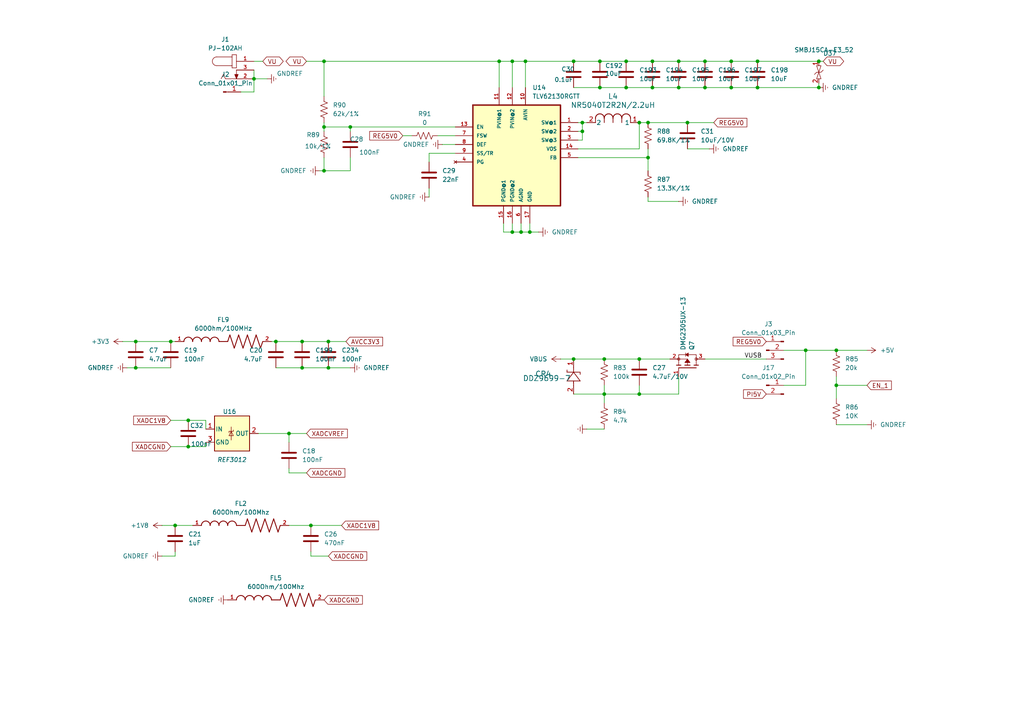
<source format=kicad_sch>
(kicad_sch (version 20231120) (generator "eeschema") (generator_version "8.0")
  (paper "A4")
  (lib_symbols
    (symbol "2025-03-04_21-33-04:NR5040T2R2N" (pin_names (offset 0.254))
      (property "Reference" "L" (at 6.985 5.08 0))
      (property "Value" "NR5040T2R2N" (at 6.985 -2.54 0))
      (symbol "NR5040T2R2N_1_1"
        (polyline (pts (xy 2.54 0) (xy 2.54 1.27)) (stroke (width 0.2032)))
        (polyline (pts (xy 5.08 0) (xy 5.08 1.27)) (stroke (width 0.2032)))
        (polyline (pts (xy 7.62 0) (xy 7.62 1.27)) (stroke (width 0.2032)))
        (polyline (pts (xy 10.16 0) (xy 10.16 1.27)) (stroke (width 0.2032)))
        (polyline (pts (xy 12.7 0) (xy 12.7 1.27)) (stroke (width 0.2032)))
        (arc (start 5.08 1.27) (mid 3.81 2.5344) (end 2.54 1.27) (stroke (width 0.254)))
        (arc (start 7.62 1.27) (mid 6.35 2.5344) (end 5.08 1.27) (stroke (width 0.254)))
        (arc (start 10.16 1.27) (mid 8.89 2.5344) (end 7.62 1.27) (stroke (width 0.254)))
        (arc (start 12.7 1.27) (mid 11.43 2.5344) (end 10.16 1.27) (stroke (width 0.254)))
        (pin unspecified line (at 15.24 0 180) (length 2.54) (name "1") (number "1"))
        (pin unspecified line (at 0 0 0) (length 2.54) (name "2") (number "2"))
      )
      (symbol "NR5040T2R2N_1_2"
        (arc (start -1.27 5.08) (mid -2.5344 3.81) (end -1.27 2.54) (stroke (width 0.254)))
        (arc (start -1.27 7.62) (mid -2.5344 6.35) (end -1.27 5.08) (stroke (width 0.254)))
        (arc (start -1.27 10.16) (mid -2.5344 8.89) (end -1.27 7.62) (stroke (width 0.254)))
        (arc (start -1.27 12.7) (mid -2.5344 11.43) (end -1.27 10.16) (stroke (width 0.254)))
        (polyline (pts (xy 0 2.54) (xy -1.27 2.54)) (stroke (width 0.2032)))
        (polyline (pts (xy 0 5.08) (xy -1.27 5.08)) (stroke (width 0.2032)))
        (polyline (pts (xy 0 7.62) (xy -1.27 7.62)) (stroke (width 0.2032)))
        (polyline (pts (xy 0 10.16) (xy -1.27 10.16)) (stroke (width 0.2032)))
        (polyline (pts (xy 0 12.7) (xy -1.27 12.7)) (stroke (width 0.2032)))
        (pin unspecified line (at 0 15.24 270) (length 2.54) (name "1") (number "1"))
        (pin unspecified line (at 0 0 90) (length 2.54) (name "2") (number "2"))
      )
    )
    (symbol "BLM18AG601SZ1D:BLM18AG601SZ1D" (pin_names (offset 1.016))
      (property "Reference" "FL" (at -12.7044 5.0815 0))
      (property "Value" "BLM18AG601SZ1D" (at -12.71 -5.0866 0))
      (symbol "BLM18AG601SZ1D_0_0"
        (arc (start -10.16 0) (mid -11.43 1.2645) (end -12.7 0) (stroke (width 0.254)))
        (arc (start -7.62 0) (mid -8.89 1.2645) (end -10.16 0) (stroke (width 0.254)))
        (arc (start -5.08 0) (mid -6.35 1.2645) (end -7.62 0) (stroke (width 0.254)))
        (arc (start -2.54 0) (mid -3.81 1.2645) (end -5.08 0) (stroke (width 0.254)))
        (polyline (pts (xy 0 0) (xy -2.54 0)) (stroke (width 0.254)))
        (polyline (pts (xy 0 0) (xy 0.635 1.905)) (stroke (width 0.254)))
        (polyline (pts (xy 0.635 1.905) (xy 1.905 -1.905)) (stroke (width 0.254)))
        (polyline (pts (xy 1.905 -1.905) (xy 3.175 1.905)) (stroke (width 0.254)))
        (polyline (pts (xy 3.175 1.905) (xy 4.445 -1.905)) (stroke (width 0.254)))
        (polyline (pts (xy 4.445 -1.905) (xy 5.715 1.905)) (stroke (width 0.254)))
        (polyline (pts (xy 5.715 1.905) (xy 6.985 -1.905)) (stroke (width 0.254)))
        (polyline (pts (xy 6.985 -1.905) (xy 8.255 1.905)) (stroke (width 0.254)))
        (polyline (pts (xy 8.255 1.905) (xy 9.525 -1.905)) (stroke (width 0.254)))
        (polyline (pts (xy 9.525 -1.905) (xy 10.16 0)) (stroke (width 0.254)))
        (pin passive line (at -15.24 0 0) (length 2.54) (name "~") (number "1"))
        (pin passive line (at 12.7 0 180) (length 2.54) (name "~") (number "2"))
      )
    )
    (symbol "Connector:Conn_01x01_Pin" (pin_names (offset 1.016) hide)
      (property "Reference" "J" (at 0 2.54 0))
      (property "Value" "Conn_01x01_Pin" (at 0 -2.54 0))
      (symbol "Conn_01x01_Pin_1_1"
        (polyline (pts (xy 1.27 0) (xy 0.8636 0)) (stroke (width 0.1524)))
        (rectangle (start 0.8636 0.127) (end 0 -0.127) (stroke (width 0.1524)) (fill (type outline)))
        (pin passive line (at 5.08 0 180) (length 3.81) (name "Pin_1") (number "1"))
      )
    )
    (symbol "Connector:Conn_01x02_Pin" (pin_names (offset 1.016) hide)
      (property "Reference" "J17" (at 0.635 5.08 0))
      (property "Value" "Conn_01x02_Pin" (at 0.635 2.54 0))
      (symbol "Conn_01x02_Pin_1_1"
        (polyline (pts (xy 1.27 0) (xy 0.8636 0)) (stroke (width 0.1524)))
        (polyline (pts (xy 3.81 -2.54) (xy 4.2164 -2.54)) (stroke (width 0.1524)))
        (rectangle (start 0.8636 0.127) (end 0 -0.127) (stroke (width 0.1524)) (fill (type outline)))
        (rectangle (start 4.2164 -2.667) (end 5.08 -2.413) (stroke (width 0.1524)) (fill (type outline)))
        (pin passive line (at 5.08 0 180) (length 3.81) (name "Pin_1") (number "1"))
        (pin passive line (at 0 -2.54 0) (length 3.81) (name "Pin_2") (number "2"))
      )
    )
    (symbol "Connector:Conn_01x03_Pin" (pin_names (offset 1.016) hide)
      (property "Reference" "J3" (at 0.635 7.62 0))
      (property "Value" "Conn_01x03_Pin" (at 0.635 5.08 0))
      (symbol "Conn_01x03_Pin_1_1"
        (polyline (pts (xy 1.27 0) (xy 0.8636 0)) (stroke (width 0.1524)))
        (polyline (pts (xy 3.81 -2.54) (xy 4.2164 -2.54)) (stroke (width 0.1524)))
        (polyline (pts (xy 3.81 2.54) (xy 4.2164 2.54)) (stroke (width 0.1524)))
        (rectangle (start 0.8636 0.127) (end 0 -0.127) (stroke (width 0.1524)) (fill (type outline)))
        (rectangle (start 4.2164 -2.667) (end 5.08 -2.413) (stroke (width 0.1524)) (fill (type outline)))
        (rectangle (start 4.2164 2.413) (end 5.08 2.667) (stroke (width 0.1524)) (fill (type outline)))
        (pin passive line (at 0 2.54 0) (length 3.81) (name "Pin_1") (number "1"))
        (pin passive line (at 5.08 0 180) (length 3.81) (name "Pin_2") (number "2"))
        (pin passive line (at 0 -2.54 0) (length 3.81) (name "Pin_3") (number "3"))
      )
    )
    (symbol "DDZ9699-7:DDZ9699-7" (pin_names (offset 0.254))
      (property "Reference" "CR" (at 5.08 4.445 0))
      (property "Value" "DDZ9699-7" (at 5.08 -3.81 0))
      (symbol "DDZ9699-7_0_1"
        (polyline (pts (xy 2.54 0) (xy 3.4798 0)) (stroke (width 0.2032)))
        (polyline (pts (xy 3.175 0) (xy 3.81 0)) (stroke (width 0.2032)))
        (polyline (pts (xy 3.81 -1.905) (xy 6.35 0)) (stroke (width 0.2032)))
        (polyline (pts (xy 3.81 1.905) (xy 3.81 -1.905)) (stroke (width 0.2032)))
        (polyline (pts (xy 6.35 -1.905) (xy 5.715 -1.905)) (stroke (width 0.2032)))
        (polyline (pts (xy 6.35 -1.905) (xy 6.35 1.905)) (stroke (width 0.2032)))
        (polyline (pts (xy 6.35 0) (xy 3.81 1.905)) (stroke (width 0.2032)))
        (polyline (pts (xy 6.35 0) (xy 7.62 0)) (stroke (width 0.2032)))
        (polyline (pts (xy 6.35 1.905) (xy 6.985 1.905)) (stroke (width 0.2032)))
        (pin unspecified line (at 10.16 0 180) (length 2.54) (name "") (number "1"))
        (pin unspecified line (at 0 0 0) (length 2.54) (name "") (number "2"))
      )
    )
    (symbol "DMG2305UX-13:DMG2305UX-13" (pin_names (offset 1.016))
      (property "Reference" "Q" (at -8.89 3.81 0))
      (property "Value" "DMG2305UX-13" (at -8.89 -6.35 0))
      (symbol "DMG2305UX-13_0_0"
        (polyline (pts (xy 0 -2.54) (xy 0 2.54)) (stroke (width 0.254)))
        (polyline (pts (xy 0.762 -3.175) (xy 0.762 -2.54)) (stroke (width 0.254)))
        (polyline (pts (xy 0.762 -2.54) (xy 0.762 -1.905)) (stroke (width 0.254)))
        (polyline (pts (xy 0.762 -2.54) (xy 2.54 -2.54)) (stroke (width 0.1524)))
        (polyline (pts (xy 0.762 -0.762) (xy 0.762 0)) (stroke (width 0.254)))
        (polyline (pts (xy 0.762 0) (xy 0.762 0.762)) (stroke (width 0.254)))
        (polyline (pts (xy 0.762 0) (xy 2.54 0)) (stroke (width 0.1524)))
        (polyline (pts (xy 0.762 1.905) (xy 0.762 2.54)) (stroke (width 0.254)))
        (polyline (pts (xy 0.762 2.54) (xy 0.762 3.175)) (stroke (width 0.254)))
        (polyline (pts (xy 2.54 -2.54) (xy 2.54 0)) (stroke (width 0.1524)))
        (polyline (pts (xy 2.54 -2.54) (xy 3.81 -2.54)) (stroke (width 0.1524)))
        (polyline (pts (xy 2.54 2.54) (xy 0.762 2.54)) (stroke (width 0.1524)))
        (polyline (pts (xy 2.54 2.54) (xy 3.81 2.54)) (stroke (width 0.1524)))
        (polyline (pts (xy 3.81 -0.508) (xy 3.302 -0.508)) (stroke (width 0.1524)))
        (polyline (pts (xy 3.81 -0.508) (xy 3.81 -2.54)) (stroke (width 0.1524)))
        (polyline (pts (xy 3.81 2.54) (xy 3.81 -0.508)) (stroke (width 0.1524)))
        (polyline (pts (xy 4.318 -0.508) (xy 3.81 -0.508)) (stroke (width 0.1524)))
        (polyline (pts (xy 2.54 0) (xy 1.524 0.762) (xy 1.524 -0.762) (xy 2.54 0)) (stroke (width 0.1524)) (fill (type outline)))
        (polyline (pts (xy 3.81 -0.508) (xy 3.302 0.254) (xy 4.318 0.254) (xy 3.81 -0.508)) (stroke (width 0.1524)) (fill (type outline)))
        (circle (center 2.54 -2.54) (radius 0.3592))
        (circle (center 2.54 2.54) (radius 0.3592))
        (pin passive line (at -2.54 -2.54 0) (length 2.54) (name "~") (number "1"))
        (pin passive line (at 2.54 -5.08 90) (length 2.54) (name "~") (number "2"))
        (pin passive line (at 2.54 5.08 270) (length 2.54) (name "~") (number "3"))
      )
    )
    (symbol "Device:C" (pin_numbers hide) (pin_names (offset 0.254))
      (property "Reference" "C" (at 0.635 2.54 0))
      (property "Value" "C" (at 0.635 -2.54 0))
      (symbol "C_0_1"
        (polyline (pts (xy -2.032 -0.762) (xy 2.032 -0.762)) (stroke (width 0.508)))
        (polyline (pts (xy -2.032 0.762) (xy 2.032 0.762)) (stroke (width 0.508)))
      )
      (symbol "C_1_1"
        (pin passive line (at 0 3.81 270) (length 2.794) (name "~") (number "1"))
        (pin passive line (at 0 -3.81 90) (length 2.794) (name "~") (number "2"))
      )
    )
    (symbol "Device:R_US" (pin_numbers hide) (pin_names (offset 0))
      (property "Reference" "R" (at 2.54 0 90))
      (property "Value" "R_US" (at -2.54 0 90))
      (symbol "R_US_0_1"
        (polyline (pts (xy 0 -2.286) (xy 0 -2.54)))
        (polyline (pts (xy 0 2.286) (xy 0 2.54)))
        (polyline (pts (xy 0 -0.762) (xy 1.016 -1.143) (xy 0 -1.524) (xy -1.016 -1.905) (xy 0 -2.286)))
        (polyline (pts (xy 0 0.762) (xy 1.016 0.381) (xy 0 0) (xy -1.016 -0.381) (xy 0 -0.762)))
        (polyline (pts (xy 0 2.286) (xy 1.016 1.905) (xy 0 1.524) (xy -1.016 1.143) (xy 0 0.762)))
      )
      (symbol "R_US_1_1"
        (pin passive line (at 0 3.81 270) (length 1.27) (name "~") (number "1"))
        (pin passive line (at 0 -3.81 90) (length 1.27) (name "~") (number "2"))
      )
    )
    (symbol "PJ-102AH:PJ-102AH" (pin_names (offset 1.016))
      (property "Reference" "J" (at -7.6258 5.0838 0))
      (property "Value" "PJ-102AH" (at -7.6296 -5.0864 0))
      (symbol "PJ-102AH_0_0"
        (arc (start -5.715 3.81) (mid -6.9794 2.54) (end -5.715 1.27) (stroke (width 0.1524)))
        (polyline (pts (xy -5.715 3.81) (xy -1.27 3.81)) (stroke (width 0.1524)))
        (polyline (pts (xy -3.81 -1.27) (xy -4.445 -2.54)) (stroke (width 0.1524)))
        (polyline (pts (xy -3.175 -2.54) (xy -3.81 -1.27)) (stroke (width 0.1524)))
        (polyline (pts (xy -1.27 0.635) (xy 0 0.635)) (stroke (width 0.1524)))
        (polyline (pts (xy -1.27 1.27) (xy -5.715 1.27)) (stroke (width 0.1524)))
        (polyline (pts (xy -1.27 1.27) (xy -1.27 0.635)) (stroke (width 0.1524)))
        (polyline (pts (xy -1.27 3.81) (xy -1.27 1.27)) (stroke (width 0.1524)))
        (polyline (pts (xy -1.27 4.445) (xy -1.27 3.81)) (stroke (width 0.1524)))
        (polyline (pts (xy 0 -2.54) (xy -3.175 -2.54)) (stroke (width 0.1524)))
        (polyline (pts (xy 0 0) (xy 0 -2.54)) (stroke (width 0.1524)))
        (polyline (pts (xy 0 0.635) (xy 0 4.445)) (stroke (width 0.1524)))
        (polyline (pts (xy 0 4.445) (xy -1.27 4.445)) (stroke (width 0.1524)))
        (polyline (pts (xy 0 -2.54) (xy -0.508 -1.27) (xy 0.508 -1.27) (xy 0 -2.54)) (stroke (width 0.1524)) (fill (type outline)))
        (pin passive line (at 5.08 2.54 180) (length 5.08) (name "~") (number "1"))
        (pin passive line (at 5.08 -2.54 180) (length 5.08) (name "~") (number "2"))
        (pin passive line (at 5.08 0 180) (length 5.08) (name "~") (number "3"))
      )
    )
    (symbol "Reference_Voltage:REF3012" (pin_names (offset 0.254))
      (property "Reference" "U16" (at -6.35 1.2701 0))
      (property "Value" "REF3012" (at -6.35 -1.2699 0))
      (symbol "REF3012_0_1"
        (rectangle (start -5.08 5.08) (end 5.08 -5.08) (stroke (width 0.254)) (fill (type background)))
        (polyline (pts (xy -0.254 1.905) (xy -0.254 -1.905)))
        (polyline (pts (xy -0.889 -0.635) (xy 0.381 -0.635) (xy -0.254 0.635) (xy -0.889 -0.635)))
        (polyline (pts (xy 0.381 1.016) (xy 0.381 0.635) (xy -0.889 0.635) (xy -0.889 0.254)))
      )
      (symbol "REF3012_1_1"
        (pin power_in line (at -7.62 1.27 0) (length 2.54) (name "IN") (number "1"))
        (pin power_out line (at 7.62 0 180) (length 2.54) (name "OUT") (number "2"))
        (pin power_in line (at -7.62 -2.54 0) (length 2.54) (name "GND") (number "3"))
      )
    )
    (symbol "SMBJ15CA-E3_52:SMBJ15CA-E3_52" (pin_names hide)
      (property "Reference" "D37" (at -2.286 3.556 0))
      (property "Value" "SMBJ15CA-E3_52" (at 14.986 3.048 0))
      (symbol "SMBJ15CA-E3_52_0_1"
        (polyline (pts (xy -1.905 0.635) (xy -2.54 1.27)))
        (polyline (pts (xy -1.905 0.635) (xy -1.905 -0.635) (xy -1.27 -1.27)))
        (polyline (pts (xy -3.81 0.635) (xy -3.81 -0.635) (xy -1.905 0) (xy -3.81 0.635)))
        (polyline (pts (xy -1.905 0) (xy 0 0.635) (xy 0 -0.635) (xy -1.905 0)))
      )
      (symbol "SMBJ15CA-E3_52_1_1"
        (pin bidirectional line (at 1.27 0 180) (length 1.27) (name "1") (number "1"))
        (pin bidirectional line (at -5.08 0 0) (length 1.27) (name "2") (number "2"))
      )
    )
    (symbol "TLV62130RGTT:TLV62130RGTT" (pin_names (offset 1.016))
      (property "Reference" "U14" (at 4.5594 25.4 0))
      (property "Value" "TLV62130RGTT" (at 4.5594 22.86 0))
      (symbol "TLV62130RGTT_0_0"
        (rectangle (start -12.7 20.32) (end 12.7 -8.89) (stroke (width 0.41)) (fill (type background)))
        (pin input line (at 2.54 25.4 270) (length 5.08) (name "AVIN") (number "10"))
        (pin input line (at -5.08 25.4 270) (length 5.08) (name "PVIN@1") (number "11"))
        (pin input line (at -1.27 25.4 270) (length 5.08) (name "PVIN@2") (number "12"))
        (pin input line (at -17.78 13.97 0) (length 5.08) (name "EN") (number "13"))
        (pin input line (at 17.78 7.62 180) (length 5.08) (name "VOS") (number "14"))
        (pin power_in line (at -3.81 -13.97 90) (length 5.08) (name "PGND@1") (number "15"))
        (pin power_in line (at -1.27 -13.97 90) (length 5.08) (name "PGND@2") (number "16"))
        (pin input line (at 17.78 5.08 180) (length 5.08) (name "FB") (number "5"))
        (pin power_in line (at 1.27 -13.97 90) (length 5.08) (name "AGND") (number "6"))
        (pin input line (at -17.78 11.43 0) (length 5.08) (name "FSW") (number "7"))
        (pin input line (at -17.78 8.89 0) (length 5.08) (name "DEF") (number "8"))
        (pin input line (at -17.78 6.35 0) (length 5.08) (name "SS/TR") (number "9"))
      )
      (symbol "TLV62130RGTT_1_0"
        (pin power_out line (at 17.78 15.24 180) (length 5.08) (name "SW@1") (number "1"))
        (pin power_in line (at 3.81 -13.97 90) (length 5.08) (name "GND") (number "17"))
        (pin power_out line (at 17.78 12.7 180) (length 5.08) (name "SW@2") (number "2"))
        (pin power_out line (at 17.78 10.16 180) (length 5.08) (name "SW@3") (number "3"))
        (pin no_connect line (at -17.78 3.81 0) (length 5.08) (name "PG") (number "4"))
      )
    )
    (symbol "power:+1V8" (power) (pin_numbers hide) (pin_names (offset 0) hide)
      (property "Value" "+1V8" (at 0 3.556 0))
      (symbol "+1V8_0_1"
        (polyline (pts (xy -0.762 1.27) (xy 0 2.54)))
        (polyline (pts (xy 0 0) (xy 0 2.54)))
        (polyline (pts (xy 0 2.54) (xy 0.762 1.27)))
      )
      (symbol "+1V8_1_1"
        (pin power_in line (at 0 0 90) (length 0) (name "~") (number "1"))
      )
    )
    (symbol "power:+3V3" (power) (pin_numbers hide) (pin_names (offset 0) hide)
      (property "Value" "+3V3" (at 0 3.556 0))
      (symbol "+3V3_0_1"
        (polyline (pts (xy -0.762 1.27) (xy 0 2.54)))
        (polyline (pts (xy 0 0) (xy 0 2.54)))
        (polyline (pts (xy 0 2.54) (xy 0.762 1.27)))
      )
      (symbol "+3V3_1_1"
        (pin power_in line (at 0 0 90) (length 0) (name "~") (number "1"))
      )
    )
    (symbol "power:+5V" (power) (pin_numbers hide) (pin_names (offset 0) hide)
      (property "Value" "+5V" (at 0 3.556 0))
      (symbol "+5V_0_1"
        (polyline (pts (xy -0.762 1.27) (xy 0 2.54)))
        (polyline (pts (xy 0 0) (xy 0 2.54)))
        (polyline (pts (xy 0 2.54) (xy 0.762 1.27)))
      )
      (symbol "+5V_1_1"
        (pin power_in line (at 0 0 90) (length 0) (name "~") (number "1"))
      )
    )
    (symbol "power:GNDREF" (power) (pin_numbers hide) (pin_names (offset 0) hide)
      (property "Value" "GNDREF" (at 0 -3.81 0))
      (symbol "GNDREF_0_1"
        (polyline (pts (xy -0.635 -1.905) (xy 0.635 -1.905)))
        (polyline (pts (xy -0.127 -2.54) (xy 0.127 -2.54)))
        (polyline (pts (xy 0 -1.27) (xy 0 0)))
        (polyline (pts (xy 1.27 -1.27) (xy -1.27 -1.27)))
      )
      (symbol "GNDREF_1_1"
        (pin power_in line (at 0 0 270) (length 0) (name "~") (number "1"))
      )
    )
    (symbol "power:VBUS" (power) (pin_numbers hide) (pin_names (offset 0) hide)
      (property "Value" "VBUS" (at 0 3.556 0))
      (symbol "VBUS_0_1"
        (polyline (pts (xy -0.762 1.27) (xy 0 2.54)))
        (polyline (pts (xy 0 0) (xy 0 2.54)))
        (polyline (pts (xy 0 2.54) (xy 0.762 1.27)))
      )
      (symbol "VBUS_1_1"
        (pin power_in line (at 0 0 90) (length 0) (name "~") (number "1"))
      )
    )
  )
  (junction (at 166.37 104.14))
  (junction (at 93.98 17.78))
  (junction (at 189.23 17.78))
  (junction (at 175.26 114.3))
  (junction (at 148.59 67.31))
  (junction (at 187.96 45.72))
  (junction (at 185.42 104.14))
  (junction (at 50.8 152.4))
  (junction (at 204.47 25.4))
  (junction (at 233.68 101.6))
  (junction (at 151.13 67.31))
  (junction (at 93.98 49.53))
  (junction (at 181.61 25.4))
  (junction (at 181.61 17.78))
  (junction (at 199.39 35.56))
  (junction (at 87.63 106.68))
  (junction (at 49.53 99.06))
  (junction (at 148.59 17.78))
  (junction (at 173.99 25.4))
  (junction (at 83.82 125.73))
  (junction (at 101.6 36.83))
  (junction (at 196.85 17.78))
  (junction (at 80.01 99.06))
  (junction (at 242.57 101.6))
  (junction (at 95.25 99.06))
  (junction (at 237.49 25.3886))
  (junction (at 73.66 22.86))
  (junction (at 185.42 35.56))
  (junction (at 242.57 111.76))
  (junction (at 219.71 25.4))
  (junction (at 168.91 38.1))
  (junction (at 54.61 129.54))
  (junction (at 153.67 67.31))
  (junction (at 219.71 17.78))
  (junction (at 212.09 25.4))
  (junction (at 173.99 17.78))
  (junction (at 212.09 17.78))
  (junction (at 204.47 17.78))
  (junction (at 39.37 99.06))
  (junction (at 237.49 17.78))
  (junction (at 54.61 121.92))
  (junction (at 175.26 104.14))
  (junction (at 90.17 152.4))
  (junction (at 166.37 17.78))
  (junction (at 168.91 35.56))
  (junction (at 39.37 106.68))
  (junction (at 189.23 25.4))
  (junction (at 87.63 99.06))
  (junction (at 185.42 114.3))
  (junction (at 93.98 36.83))
  (junction (at 95.25 106.68))
  (junction (at 144.78 17.78))
  (junction (at 152.4 17.78))
  (junction (at 196.85 25.4))
  (junction (at 187.96 35.56))
  (wire (pts (xy 83.82 135.89) (xy 83.82 137.16)))
  (wire (pts (xy 167.64 38.1) (xy 168.91 38.1)))
  (wire (pts (xy 181.61 17.78) (xy 189.23 17.78)))
  (wire (pts (xy 148.59 17.78) (xy 152.4 17.78)))
  (wire (pts (xy 166.37 17.78) (xy 152.4 17.78)))
  (wire (pts (xy 242.57 123.19) (xy 251.46 123.19)))
  (wire (pts (xy 101.6 49.53) (xy 93.98 49.53)))
  (wire (pts (xy 101.6 38.1) (xy 101.6 36.83)))
  (wire (pts (xy 187.96 35.56) (xy 199.39 35.56)))
  (wire (pts (xy 212.09 25.4) (xy 219.71 25.4)))
  (wire (pts (xy 54.61 121.92) (xy 59.69 121.92)))
  (wire (pts (xy 167.64 35.56) (xy 168.91 35.56)))
  (wire (pts (xy 233.68 101.6) (xy 242.57 101.6)))
  (wire (pts (xy 148.59 64.77) (xy 148.59 67.31)))
  (wire (pts (xy 199.39 43.18) (xy 205.74 43.18)))
  (wire (pts (xy 124.46 46.99) (xy 124.46 44.45)))
  (wire (pts (xy 80.01 99.06) (xy 87.63 99.06)))
  (wire (pts (xy 80.01 106.68) (xy 87.63 106.68)))
  (wire (pts (xy 116.84 39.37) (xy 119.38 39.37)))
  (wire (pts (xy 54.61 129.54) (xy 59.69 129.54)))
  (wire (pts (xy 46.99 161.29) (xy 50.8 161.29)))
  (wire (pts (xy 93.98 36.83) (xy 93.98 38.1)))
  (wire (pts (xy 95.25 106.68) (xy 101.6 106.68)))
  (wire (pts (xy 237.49 25.3886) (xy 237.49 25.4)))
  (wire (pts (xy 196.85 17.78) (xy 204.47 17.78)))
  (wire (pts (xy 35.56 99.06) (xy 39.37 99.06)))
  (wire (pts (xy 175.26 114.3) (xy 175.26 116.84)))
  (wire (pts (xy 166.37 17.78) (xy 173.99 17.78)))
  (wire (pts (xy 83.82 125.73) (xy 88.9 125.73)))
  (wire (pts (xy 187.96 45.72) (xy 167.64 45.72)))
  (wire (pts (xy 152.4 17.78) (xy 152.4 25.4)))
  (wire (pts (xy 153.67 67.31) (xy 156.21 67.31)))
  (wire (pts (xy 187.96 58.42) (xy 196.85 58.42)))
  (wire (pts (xy 39.37 106.68) (xy 49.53 106.68)))
  (wire (pts (xy 242.57 111.76) (xy 251.46 111.76)))
  (wire (pts (xy 50.8 160.02) (xy 50.8 161.29)))
  (wire (pts (xy 187.96 43.18) (xy 187.96 45.72)))
  (wire (pts (xy 219.71 17.78) (xy 237.49 17.78)))
  (wire (pts (xy 185.42 111.76) (xy 185.42 114.3)))
  (wire (pts (xy 185.42 104.14) (xy 194.31 104.14)))
  (wire (pts (xy 90.17 152.4) (xy 99.06 152.4)))
  (wire (pts (xy 204.47 25.4) (xy 212.09 25.4)))
  (wire (pts (xy 187.96 45.72) (xy 187.96 49.53)))
  (wire (pts (xy 124.46 44.45) (xy 132.08 44.45)))
  (wire (pts (xy 87.63 99.06) (xy 95.25 99.06)))
  (wire (pts (xy 69.85 26.67) (xy 73.66 26.67)))
  (wire (pts (xy 185.42 35.56) (xy 187.96 35.56)))
  (wire (pts (xy 49.53 99.06) (xy 50.8 99.06)))
  (wire (pts (xy 196.85 109.22) (xy 196.85 114.3)))
  (wire (pts (xy 242.57 111.76) (xy 242.57 115.57)))
  (wire (pts (xy 167.64 43.18) (xy 185.42 43.18)))
  (wire (pts (xy 148.59 25.4) (xy 148.59 17.78)))
  (wire (pts (xy 151.13 64.77) (xy 151.13 67.31)))
  (wire (pts (xy 46.99 152.4) (xy 50.8 152.4)))
  (wire (pts (xy 196.85 25.4) (xy 204.47 25.4)))
  (wire (pts (xy 144.78 17.78) (xy 148.59 17.78)))
  (wire (pts (xy 88.9 17.78) (xy 93.98 17.78)))
  (wire (pts (xy 49.53 129.54) (xy 54.61 129.54)))
  (wire (pts (xy 144.78 25.4) (xy 144.78 17.78)))
  (wire (pts (xy 83.82 125.73) (xy 83.82 128.27)))
  (wire (pts (xy 59.69 128.27) (xy 59.69 129.54)))
  (wire (pts (xy 101.6 36.83) (xy 93.98 36.83)))
  (wire (pts (xy 93.98 49.53) (xy 93.98 45.72)))
  (wire (pts (xy 50.8 152.4) (xy 55.88 152.4)))
  (wire (pts (xy 162.56 104.14) (xy 166.37 104.14)))
  (wire (pts (xy 219.71 25.4) (xy 237.49 25.4)))
  (wire (pts (xy 95.25 99.06) (xy 100.33 99.06)))
  (wire (pts (xy 73.66 20.32) (xy 73.66 22.86)))
  (wire (pts (xy 74.93 125.73) (xy 83.82 125.73)))
  (wire (pts (xy 185.42 43.18) (xy 185.42 35.56)))
  (wire (pts (xy 173.99 25.4) (xy 181.61 25.4)))
  (wire (pts (xy 151.13 67.31) (xy 153.67 67.31)))
  (wire (pts (xy 93.98 35.56) (xy 93.98 36.83)))
  (wire (pts (xy 175.26 104.14) (xy 185.42 104.14)))
  (wire (pts (xy 167.64 40.64) (xy 168.91 40.64)))
  (wire (pts (xy 196.85 114.3) (xy 185.42 114.3)))
  (wire (pts (xy 124.46 54.61) (xy 124.46 57.15)))
  (wire (pts (xy 49.53 121.92) (xy 54.61 121.92)))
  (wire (pts (xy 93.98 17.78) (xy 144.78 17.78)))
  (wire (pts (xy 90.17 161.29) (xy 95.25 161.29)))
  (wire (pts (xy 181.61 25.4) (xy 189.23 25.4)))
  (wire (pts (xy 227.33 101.6) (xy 233.68 101.6)))
  (wire (pts (xy 90.17 160.02) (xy 90.17 161.29)))
  (wire (pts (xy 166.37 25.4) (xy 173.99 25.4)))
  (wire (pts (xy 83.82 137.16) (xy 88.9 137.16)))
  (wire (pts (xy 93.98 17.78) (xy 93.98 27.94)))
  (wire (pts (xy 238.76 17.78) (xy 237.49 17.78)))
  (wire (pts (xy 166.37 114.3) (xy 175.26 114.3)))
  (wire (pts (xy 92.71 49.53) (xy 93.98 49.53)))
  (wire (pts (xy 189.23 17.78) (xy 196.85 17.78)))
  (wire (pts (xy 175.26 111.76) (xy 175.26 114.3)))
  (wire (pts (xy 87.63 106.68) (xy 95.25 106.68)))
  (wire (pts (xy 170.18 124.46) (xy 175.26 124.46)))
  (wire (pts (xy 101.6 45.72) (xy 101.6 49.53)))
  (wire (pts (xy 199.39 35.56) (xy 207.01 35.56)))
  (wire (pts (xy 168.91 38.1) (xy 168.91 40.64)))
  (wire (pts (xy 78.74 99.06) (xy 80.01 99.06)))
  (wire (pts (xy 204.47 17.78) (xy 212.09 17.78)))
  (wire (pts (xy 127 39.37) (xy 132.08 39.37)))
  (wire (pts (xy 204.47 104.14) (xy 222.25 104.14)))
  (wire (pts (xy 148.59 67.31) (xy 151.13 67.31)))
  (wire (pts (xy 73.66 22.86) (xy 77.47 22.86)))
  (wire (pts (xy 187.96 57.15) (xy 187.96 58.42)))
  (wire (pts (xy 233.68 111.76) (xy 233.68 101.6)))
  (wire (pts (xy 168.91 35.56) (xy 168.91 38.1)))
  (wire (pts (xy 168.91 35.56) (xy 170.18 35.56)))
  (wire (pts (xy 173.99 17.78) (xy 181.61 17.78)))
  (wire (pts (xy 242.57 101.6) (xy 251.46 101.6)))
  (wire (pts (xy 237.49 24.13) (xy 237.49 25.3886)))
  (wire (pts (xy 242.57 109.22) (xy 242.57 111.76)))
  (wire (pts (xy 185.42 114.3) (xy 175.26 114.3)))
  (wire (pts (xy 227.33 111.76) (xy 233.68 111.76)))
  (wire (pts (xy 153.67 64.77) (xy 153.67 67.31)))
  (wire (pts (xy 59.69 124.46) (xy 59.69 121.92)))
  (wire (pts (xy 146.05 64.77) (xy 146.05 67.31)))
  (wire (pts (xy 128.27 41.91) (xy 132.08 41.91)))
  (wire (pts (xy 212.09 17.78) (xy 219.71 17.78)))
  (wire (pts (xy 73.66 17.78) (xy 76.2 17.78)))
  (wire (pts (xy 101.6 36.83) (xy 132.08 36.83)))
  (wire (pts (xy 36.83 106.68) (xy 39.37 106.68)))
  (wire (pts (xy 166.37 104.14) (xy 175.26 104.14)))
  (wire (pts (xy 39.37 99.06) (xy 49.53 99.06)))
  (wire (pts (xy 146.05 67.31) (xy 148.59 67.31)))
  (wire (pts (xy 73.66 26.67) (xy 73.66 22.86)))
  (wire (pts (xy 83.82 152.4) (xy 90.17 152.4)))
  (wire (pts (xy 189.23 25.4) (xy 196.85 25.4)))
  (label "VUSB" (at 215.9 104.14 0))
  (global_label "REG5V0" (shape input) (at 222.25 99.06 180) (property "Intersheetrefs" "${INTERSHEET_REFS}" (effects (hide yes))))
  (global_label "XADCGND" (shape input) (at 93.98 173.99 0) (property "Intersheetrefs" "${INTERSHEET_REFS}" (effects (hide yes))))
  (global_label "XADCVREF" (shape input) (at 88.9 125.73 0) (property "Intersheetrefs" "${INTERSHEET_REFS}" (effects (hide yes))))
  (global_label "REG5V0" (shape input) (at 207.01 35.56 0) (property "Intersheetrefs" "${INTERSHEET_REFS}" (effects (hide yes))))
  (global_label "XADCGND" (shape input) (at 95.25 161.29 0) (property "Intersheetrefs" "${INTERSHEET_REFS}" (effects (hide yes))))
  (global_label "XADC1V8" (shape input) (at 49.53 121.92 180) (property "Intersheetrefs" "${INTERSHEET_REFS}" (effects (hide yes))))
  (global_label "VU" (shape bidirectional) (at 76.2 17.78 0) (property "Intersheetrefs" "${INTERSHEET_REFS}" (effects (hide yes))))
  (global_label "PI5V" (shape input) (at 222.25 114.3 180) (property "Intersheetrefs" "${INTERSHEET_REFS}" (effects (hide yes))))
  (global_label "REG5V0" (shape input) (at 116.84 39.37 180) (property "Intersheetrefs" "${INTERSHEET_REFS}" (effects (hide yes))))
  (global_label "XADC1V8" (shape input) (at 99.06 152.4 0) (property "Intersheetrefs" "${INTERSHEET_REFS}" (effects (hide yes))))
  (global_label "AVCC3V3" (shape input) (at 100.33 99.06 0) (property "Intersheetrefs" "${INTERSHEET_REFS}" (effects (hide yes))))
  (global_label "VU" (shape bidirectional) (at 88.9 17.78 180) (property "Intersheetrefs" "${INTERSHEET_REFS}" (effects (hide yes))))
  (global_label "VU" (shape bidirectional) (at 238.76 17.78 0) (property "Intersheetrefs" "${INTERSHEET_REFS}" (effects (hide yes))))
  (global_label "XADCGND" (shape input) (at 88.9 137.16 0) (property "Intersheetrefs" "${INTERSHEET_REFS}" (effects (hide yes))))
  (global_label "XADCGND" (shape input) (at 49.53 129.54 180) (property "Intersheetrefs" "${INTERSHEET_REFS}" (effects (hide yes))))
  (global_label "EN_1" (shape input) (at 251.46 111.76 0) (property "Intersheetrefs" "${INTERSHEET_REFS}" (effects (hide yes))))
  (symbol (lib_id "power:GNDREF") (at 205.74 43.18 90) (unit 1)
    (property "Reference" "#PWR032" (effects (hide yes)))
    (property "Value" "GNDREF" (at 209.55 43.1799 90) (effects (justify right)))
    (property "Description" "Power symbol creates a global label with name \"GNDREF\" , reference supply ground" (effects (hide yes)))
  )
  (symbol (lib_id "Connector:Conn_01x02_Pin") (at 222.25 111.76 0) (unit 1)
    (property "Reference" "J17" (at 222.885 106.68 0))
    (property "Value" "Conn_01x02_Pin" (at 222.885 109.22 0))
    (property "Footprint" "footprints:PinHeader_1x02_P2.54mm_Vertical" (effects (hide yes)))
    (property "Description" "Generic connector, single row, 01x02, script generated" (effects (hide yes)))
    (property "LCSC PN" "digi/mouser" (effects (hide yes)))
  )
  (symbol (lib_id "DDZ9699-7:DDZ9699-7") (at 166.37 114.3 90) (unit 1)
    (property "Reference" "CR4" (at 155.194 108.458 90) (effects (font (size 1.524 1.524)) (justify right)))
    (property "Value" "DDZ9699-7" (at 151.638 109.728 90) (effects (font (size 1.524 1.524)) (justify right)))
    (property "Footprint" "footprints:ZDO_SOD123_DIO" (effects (hide yes)))
    (property "Datasheet" "DDZ9699-7" (effects (hide yes)))
    (property "LCSC PN" "C460860" (effects (hide yes)))
  )
  (symbol (lib_id "Device:C") (at 219.71 21.59 0) (unit 1)
    (property "Reference" "C198" (at 223.52 20.3199 0) (effects (justify left)))
    (property "Value" "10uF" (at 223.52 22.8599 0) (effects (justify left)))
    (property "Footprint" "footprints:C_0805" (effects (hide yes)))
    (property "Description" "Unpolarized capacitor" (effects (hide yes)))
    (property "LCSC PN" "c315248" (effects (hide yes)))
  )
  (symbol (lib_id "Connector:Conn_01x03_Pin") (at 222.25 101.6 0) (unit 1)
    (property "Reference" "J3" (at 222.885 93.98 0))
    (property "Value" "Conn_01x03_Pin" (at 222.885 96.52 0))
    (property "Footprint" "footprints:PinHeader_1x03_P2.54mm_Vertical" (effects (hide yes)))
    (property "Description" "Generic connector, single row, 01x03, script generated" (effects (hide yes)))
    (property "LCSC PN" "digi/mouser" (effects (hide yes)))
  )
  (symbol (lib_id "Device:C") (at 199.39 39.37 0) (unit 1)
    (property "Reference" "C31" (at 203.2 38.0999 0) (effects (justify left)))
    (property "Value" "10uF/10V" (at 203.2 40.6399 0) (effects (justify left)))
    (property "Footprint" "footprints:C_0805" (effects (hide yes)))
    (property "Description" "Unpolarized capacitor" (effects (hide yes)))
    (property "LCSC PN" "c315248" (effects (hide yes)))
  )
  (symbol (lib_id "power:GNDREF") (at 128.27 41.91 270) (unit 1)
    (property "Reference" "#PWR037" (effects (hide yes)))
    (property "Value" "GNDREF" (at 124.46 41.9099 90) (effects (justify right)))
    (property "Description" "Power symbol creates a global label with name \"GNDREF\" , reference supply ground" (effects (hide yes)))
  )
  (symbol (lib_id "DMG2305UX-13:DMG2305UX-13") (at 199.39 106.68 270) (mirror x) (unit 1)
    (property "Reference" "Q7" (at 200.6601 101.6 0) (effects (justify left)))
    (property "Value" "DMG2305UX-13" (at 198.1201 101.6 0) (effects (justify left)))
    (property "Footprint" "footprints:DMG2305UX_13" (effects (hide yes)))
    (property "PARTREV" "09/2018" (effects (hide yes)))
    (property "MANUFACTURER" "Diodes Inc." (effects (hide yes)))
    (property "MAXIMUM_PACKAGE_HEIGHT" "1.1mm" (effects (hide yes)))
    (property "STANDARD" "IPC-7351B" (effects (hide yes)))
    (property "LCSC PN" "C144153" (effects (hide yes)))
  )
  (symbol (lib_id "power:GNDREF") (at 46.99 161.29 270) (unit 1)
    (property "Reference" "#PWR025" (effects (hide yes)))
    (property "Value" "GNDREF" (at 43.18 161.2899 90) (effects (justify right)))
    (property "Description" "Power symbol creates a global label with name \"GNDREF\" , reference supply ground" (effects (hide yes)))
  )
  (symbol (lib_id "Device:C") (at 54.61 125.73 0) (unit 1)
    (property "Reference" "C32" (at 55.118 123.444 0) (effects (justify left)))
    (property "Value" "100nF" (at 55.372 128.778 0) (effects (justify left)))
    (property "Footprint" "footprints:C_0201_0603Metric" (effects (hide yes)))
    (property "Description" "Unpolarized capacitor" (effects (hide yes)))
    (property "LCSC PN" "c1525" (effects (hide yes)))
  )
  (symbol (lib_id "Device:C") (at 39.37 102.87 0) (unit 1)
    (property "Reference" "C7" (at 43.18 101.5999 0) (effects (justify left)))
    (property "Value" "4.7uF" (at 43.18 104.1399 0) (effects (justify left)))
    (property "Footprint" "footprints:C_0402" (effects (hide yes)))
    (property "Description" "Unpolarized capacitor" (effects (hide yes)))
    (property "LCSC PN" "c23733" (effects (hide yes)))
  )
  (symbol (lib_id "Device:R_US") (at 242.57 119.38 0) (unit 1)
    (property "Reference" "R86" (at 245.11 118.1099 0) (effects (justify left)))
    (property "Value" "10K" (at 245.11 120.6499 0) (effects (justify left)))
    (property "Footprint" "footprints:R_0402" (effects (hide yes)))
    (property "Description" "Resistor, US symbol" (effects (hide yes)))
    (property "LCSC PN" "C60490" (effects (hide yes)))
  )
  (symbol (lib_id "Device:C") (at 204.47 21.59 0) (unit 1)
    (property "Reference" "C196" (at 208.28 20.3199 0) (effects (justify left)))
    (property "Value" "10uF" (at 208.28 22.8599 0) (effects (justify left)))
    (property "Footprint" "footprints:C_0805" (effects (hide yes)))
    (property "Description" "Unpolarized capacitor" (effects (hide yes)))
    (property "LCSC PN" "c315248" (effects (hide yes)))
  )
  (symbol (lib_id "Device:C") (at 181.61 21.59 0) (unit 1)
    (property "Reference" "C193" (at 185.42 20.3199 0) (effects (justify left)))
    (property "Value" "10uF" (at 185.42 22.8599 0) (effects (justify left)))
    (property "Footprint" "footprints:C_0805" (effects (hide yes)))
    (property "Description" "Unpolarized capacitor" (effects (hide yes)))
    (property "LCSC PN" "c315248" (effects (hide yes)))
  )
  (symbol (lib_id "power:GNDREF") (at 101.6 106.68 90) (unit 1)
    (property "Reference" "#PWR022" (effects (hide yes)))
    (property "Value" "GNDREF" (at 105.41 106.6799 90) (effects (justify right)))
    (property "Description" "Power symbol creates a global label with name \"GNDREF\" , reference supply ground" (effects (hide yes)))
  )
  (symbol (lib_id "BLM18AG601SZ1D:BLM18AG601SZ1D") (at 71.12 152.4 0) (unit 1)
    (property "Reference" "FL2" (at 69.85 146.05 0))
    (property "Value" "600Ohm/100Mhz" (at 69.85 148.59 0))
    (property "Footprint" "footprints:BEADC1608X95N" (effects (hide yes)))
    (property "LCSC PN" "digi/mouser" (effects (hide yes)))
  )
  (symbol (lib_id "power:GNDREF") (at 66.04 173.99 270) (unit 1)
    (property "Reference" "#PWR0152" (effects (hide yes)))
    (property "Value" "GNDREF" (at 62.23 173.9899 90) (effects (justify right)))
    (property "Description" "Power symbol creates a global label with name \"GNDREF\" , reference supply ground" (effects (hide yes)))
  )
  (symbol (lib_id "Device:C") (at 50.8 156.21 0) (unit 1)
    (property "Reference" "C21" (at 54.61 154.9399 0) (effects (justify left)))
    (property "Value" "1uF" (at 54.61 157.4799 0) (effects (justify left)))
    (property "Footprint" "footprints:C_0402" (effects (hide yes)))
    (property "Description" "Unpolarized capacitor" (effects (hide yes)))
    (property "LCSC PN" "c14445" (effects (hide yes)))
  )
  (symbol (lib_id "Reference_Voltage:REF3012") (at 67.31 125.73 0) (unit 1)
    (property "Reference" "U16" (at 68.58 119.38 0) (effects (justify right)))
    (property "Value" "REF3012" (at 71.374 133.35 0) (effects (font (italic yes)) (justify right)))
    (property "Footprint" "footprints:SOT-23" (effects (hide yes)))
    (property "Datasheet" "http://www.ti.com/lit/ds/symlink/ref3033.pdf" (effects (hide yes)))
    (property "Description" "1.25V 50-ppm/°C Max, 50-μA, CMOS Voltage Reference, SOT-23-3" (effects (hide yes)))
    (property "LCSC PN" "C34674" (effects (hide yes)))
  )
  (symbol (lib_id "power:+1V8") (at 46.99 152.4 90) (unit 1)
    (property "Reference" "#PWR024" (effects (hide yes)))
    (property "Value" "+1V8" (at 43.18 152.3999 90) (effects (justify left)))
    (property "Description" "Power symbol creates a global label with name \"+1V8\"" (effects (hide yes)))
  )
  (symbol (lib_id "BLM18AG601SZ1D:BLM18AG601SZ1D") (at 81.28 173.99 0) (unit 1)
    (property "Reference" "FL5" (at 80.01 167.64 0))
    (property "Value" "600Ohm/100Mhz" (at 80.01 170.18 0))
    (property "Footprint" "footprints:BEADC1608X95N" (effects (hide yes)))
    (property "LCSC PN" "digi/mouser" (effects (hide yes)))
  )
  (symbol (lib_id "TLV62130RGTT:TLV62130RGTT") (at 149.86 50.8 0) (unit 1)
    (property "Reference" "U14" (at 154.4194 25.4 0) (effects (justify left)))
    (property "Value" "TLV62130RGTT" (at 154.4194 27.94 0) (effects (justify left)))
    (property "Footprint" "footprints:TLV62130RGTT" (effects (hide yes)))
    (property "LCSC PN" "C122479" (effects (hide yes)))
  )
  (symbol (lib_id "power:+3V3") (at 35.56 99.06 90) (unit 1)
    (property "Reference" "#PWR08" (effects (hide yes)))
    (property "Value" "+3V3" (at 31.75 99.0599 90) (effects (justify left)))
    (property "Description" "Power symbol creates a global label with name \"+3V3\"" (effects (hide yes)))
  )
  (symbol (lib_id "Device:C") (at 185.42 107.95 0) (unit 1)
    (property "Reference" "C27" (at 189.23 106.6799 0) (effects (justify left)))
    (property "Value" "4.7uF/10V" (at 189.23 109.2199 0) (effects (justify left)))
    (property "Footprint" "footprints:C_0402" (effects (hide yes)))
    (property "Description" "Unpolarized capacitor" (effects (hide yes)))
    (property "LCSC PN" "c23733" (effects (hide yes)))
  )
  (symbol (lib_id "Device:C") (at 101.6 41.91 0) (mirror y) (unit 1)
    (property "Reference" "C28" (at 105.41 40.386 0) (effects (justify left)))
    (property "Value" "100nF" (at 110.236 44.196 0) (effects (justify left)))
    (property "Footprint" "footprints:C_0201_0603Metric" (effects (hide yes)))
    (property "Description" "Unpolarized capacitor" (effects (hide yes)))
    (property "LCSC PN" "c1525" (effects (hide yes)))
  )
  (symbol (lib_id "Device:C") (at 212.09 21.59 0) (unit 1)
    (property "Reference" "C197" (at 215.9 20.3199 0) (effects (justify left)))
    (property "Value" "10uF" (at 215.9 22.8599 0) (effects (justify left)))
    (property "Footprint" "footprints:C_0805" (effects (hide yes)))
    (property "Description" "Unpolarized capacitor" (effects (hide yes)))
    (property "LCSC PN" "c315248" (effects (hide yes)))
  )
  (symbol (lib_id "power:GNDREF") (at 77.47 22.86 90) (unit 1)
    (property "Reference" "#PWR036" (effects (hide yes)))
    (property "Value" "GNDREF" (at 80.264 21.336 90) (effects (justify right)))
    (property "Description" "Power symbol creates a global label with name \"GNDREF\" , reference supply ground" (effects (hide yes)))
  )
  (symbol (lib_id "2025-03-04_21-33-04:NR5040T2R2N") (at 170.18 35.56 0) (unit 1)
    (property "Reference" "L4" (at 177.8 27.94 0) (effects (font (size 1.524 1.524))))
    (property "Value" "NR5040T2R2N/2.2uH" (at 177.8 30.48 0) (effects (font (size 1.524 1.524))))
    (property "Footprint" "footprints:IND_TAIYO_NR5040_TAY" (effects (hide yes)))
    (property "Datasheet" "NR5040T2R2N" (effects (hide yes)))
  )
  (symbol (lib_id "Device:R_US") (at 93.98 31.75 0) (unit 1)
    (property "Reference" "R90" (at 96.52 30.4799 0) (effects (justify left)))
    (property "Value" "62k/1%" (at 96.52 33.0199 0) (effects (justify left)))
    (property "Footprint" "footprints:R_0402" (effects (hide yes)))
    (property "Description" "Resistor, US symbol" (effects (hide yes)))
    (property "LCSC PN" "C137950" (effects (hide yes)))
  )
  (symbol (lib_id "PJ-102AH:PJ-102AH") (at 68.58 20.32 0) (unit 1)
    (property "Reference" "J1" (at 65.3443 11.43 0))
    (property "Value" "PJ-102AH" (at 65.3443 13.97 0))
    (property "Footprint" "footprints:CUI_PJ-102AH" (effects (hide yes)))
    (property "MF" "CUI Devices" (effects (hide yes)))
    (property "Purchase-URL" "https://pricing.snapeda.com/search/part/PJ-102AH/?ref=eda" (effects (hide yes)))
    (property "Package" "None" (effects (hide yes)))
    (property "Price" "None" (effects (hide yes)))
    (property "CUI_purchase_URL" "https://www.cuidevices.com/product/interconnect/connectors/dc-power-connectors/jacks/pj-102ah?utm_source=snapeda.com&utm_medium=referral&utm_campaign=snapedaBOM" (effects (hide yes)))
    (property "MP" "PJ-102AH" (effects (hide yes)))
    (property "Availability" "In Stock" (effects (hide yes)))
    (property "Description_1" "2.0 x 6.5 mm, 5.0 A, Horizontal, Through Hole, Tapered Pins, Dc Power Jack Connector" (effects (hide yes)))
    (property "LCSC PN" "C3096093" (effects (hide yes)))
  )
  (symbol (lib_id "power:GNDREF") (at 170.18 124.46 270) (unit 1)
    (property "Reference" "#PWR027" (effects (hide yes)))
    (property "Value" "GNDREF" (effects (hide yes)))
    (property "Description" "Power symbol creates a global label with name \"GNDREF\" , reference supply ground" (effects (hide yes)))
  )
  (symbol (lib_id "Device:R_US") (at 93.98 41.91 0) (unit 1)
    (property "Reference" "R89" (at 88.9 39.116 0) (effects (justify left)))
    (property "Value" "10k/1%" (at 88.392 42.418 0) (effects (justify left)))
    (property "Footprint" "footprints:R_0402" (effects (hide yes)))
    (property "Description" "Resistor, US symbol" (effects (hide yes)))
    (property "LCSC PN" "C60490" (effects (hide yes)))
  )
  (symbol (lib_id "power:+5V") (at 251.46 101.6 270) (unit 1)
    (property "Reference" "#PWR028" (effects (hide yes)))
    (property "Value" "+5V" (at 255.27 101.5999 90) (effects (justify left)))
    (property "Description" "Power symbol creates a global label with name \"+5V\"" (effects (hide yes)))
  )
  (symbol (lib_id "power:GNDREF") (at 36.83 106.68 270) (unit 1)
    (property "Reference" "#PWR021" (effects (hide yes)))
    (property "Value" "GNDREF" (at 33.02 106.6799 90) (effects (justify right)))
    (property "Description" "Power symbol creates a global label with name \"GNDREF\" , reference supply ground" (effects (hide yes)))
  )
  (symbol (lib_id "Connector:Conn_01x01_Pin") (at 64.77 26.67 0) (unit 1)
    (property "Reference" "J2" (at 65.405 21.59 0))
    (property "Value" "Conn_01x01_Pin" (at 65.405 24.13 0))
    (property "Footprint" "footprints:PinHeader_1x01_P2.54mm_Vertical" (effects (hide yes)))
    (property "Description" "Generic connector, single row, 01x01, script generated" (effects (hide yes)))
    (property "LCSC PN" "digi/mouser" (effects (hide yes)))
  )
  (symbol (lib_id "Device:C") (at 173.99 21.59 0) (unit 1)
    (property "Reference" "C192" (at 175.514 19.05 0) (effects (justify left)))
    (property "Value" "10uF" (at 175.514 21.336 0) (effects (justify left)))
    (property "Footprint" "footprints:C_0805" (effects (hide yes)))
    (property "Description" "Unpolarized capacitor" (effects (hide yes)))
    (property "LCSC PN" "c315248" (effects (hide yes)))
  )
  (symbol (lib_id "power:GNDREF") (at 92.71 49.53 270) (unit 1)
    (property "Reference" "#PWR035" (effects (hide yes)))
    (property "Value" "GNDREF" (at 88.9 49.5299 90) (effects (justify right)))
    (property "Description" "Power symbol creates a global label with name \"GNDREF\" , reference supply ground" (effects (hide yes)))
  )
  (symbol (lib_id "Device:R_US") (at 187.96 53.34 0) (unit 1)
    (property "Reference" "R87" (at 190.5 52.0699 0) (effects (justify left)))
    (property "Value" "13.3K/1%" (at 190.5 54.6099 0) (effects (justify left)))
    (property "Footprint" "footprints:R_0402" (effects (hide yes)))
    (property "Description" "Resistor, US symbol" (effects (hide yes)))
    (property "LCSC PN" "C274352" (effects (hide yes)))
  )
  (symbol (lib_id "Device:C") (at 83.82 132.08 0) (unit 1)
    (property "Reference" "C18" (at 87.63 130.8099 0) (effects (justify left)))
    (property "Value" "100nF" (at 87.63 133.3499 0) (effects (justify left)))
    (property "Footprint" "footprints:C_0201_0603Metric" (effects (hide yes)))
    (property "Description" "Unpolarized capacitor" (effects (hide yes)))
    (property "LCSC PN" "c1525" (effects (hide yes)))
  )
  (symbol (lib_id "Device:C") (at 80.01 102.87 0) (mirror y) (unit 1)
    (property "Reference" "C20" (at 76.2 101.5999 0) (effects (justify left)))
    (property "Value" "4.7uF" (at 76.2 104.1399 0) (effects (justify left)))
    (property "Footprint" "footprints:C_0402" (effects (hide yes)))
    (property "Description" "Unpolarized capacitor" (effects (hide yes)))
    (property "LCSC PN" "c23733" (effects (hide yes)))
  )
  (symbol (lib_id "BLM18AG601SZ1D:BLM18AG601SZ1D") (at 66.04 99.06 0) (unit 1)
    (property "Reference" "FL9" (at 64.77 92.71 0))
    (property "Value" "600Ohm/100MHz" (at 64.77 95.25 0))
    (property "Footprint" "footprints:BEADC1608X95N" (effects (hide yes)))
    (property "LCSC PN" "C19330" (effects (hide yes)))
  )
  (symbol (lib_id "Device:R_US") (at 187.96 39.37 0) (unit 1)
    (property "Reference" "R88" (at 190.5 38.0999 0) (effects (justify left)))
    (property "Value" "69.8K/1%" (at 190.5 40.6399 0) (effects (justify left)))
    (property "Footprint" "footprints:R_0402" (effects (hide yes)))
    (property "Description" "Resistor, US symbol" (effects (hide yes)))
    (property "LCSC PN" "C852893" (effects (hide yes)))
  )
  (symbol (lib_id "SMBJ15CA-E3_52:SMBJ15CA-E3_52") (at 237.49 19.05 90) (unit 1)
    (property "Reference" "D37" (at 238.76 15.494 90) (effects (justify right)))
    (property "Value" "SMBJ15CA-E3_52" (at 230.378 14.478 90) (effects (justify right)))
    (property "Footprint" "footprints:DIOM5436X244N" (effects (hide yes)))
    (property "Datasheet" "https://ms.componentsearchengine.com/Datasheets/2/SMBJ15CA-E3_52.pdf" (effects (hide yes)))
    (property "Description" "Vishay SMBJ15CA-E3/52 Bi-Directional TVS Diode, 600W peak, 2-Pin DO-214AA" (effects (hide yes)))
    (property "Height" "2.44" (effects (hide yes)))
    (property "Manufacturer_Name" "Vishay" (effects (hide yes)))
    (property "Manufacturer_Part_Number" "SMBJ15CA-E3/52" (effects (hide yes)))
    (property "LCSC PN" "C435933" (effects (hide yes)))
  )
  (symbol (lib_id "Device:C") (at 90.17 156.21 0) (unit 1)
    (property "Reference" "C26" (at 93.98 154.9399 0) (effects (justify left)))
    (property "Value" "470nF" (at 93.98 157.4799 0) (effects (justify left)))
    (property "Footprint" "footprints:C_0201_0603Metric" (effects (hide yes)))
    (property "Description" "Unpolarized capacitor" (effects (hide yes)))
    (property "LCSC PN" "C88915" (effects (hide yes)))
  )
  (symbol (lib_id "Device:C") (at 124.46 50.8 0) (unit 1)
    (property "Reference" "C29" (at 128.27 49.5299 0) (effects (justify left)))
    (property "Value" "22nF" (at 128.27 52.0699 0) (effects (justify left)))
    (property "Footprint" "footprints:C_0805" (effects (hide yes)))
    (property "Description" "Unpolarized capacitor" (effects (hide yes)))
    (property "LCSC PN" "c337699" (effects (hide yes)))
  )
  (symbol (lib_id "Device:R_US") (at 242.57 105.41 0) (unit 1)
    (property "Reference" "R85" (at 245.11 104.1399 0) (effects (justify left)))
    (property "Value" "20k" (at 245.11 106.6799 0) (effects (justify left)))
    (property "Footprint" "footprints:R_0402" (effects (hide yes)))
    (property "Description" "Resistor, US symbol" (effects (hide yes)))
    (property "LCSC PN" "C93942" (effects (hide yes)))
  )
  (symbol (lib_id "power:GNDREF") (at 156.21 67.31 90) (unit 1)
    (property "Reference" "#PWR030" (effects (hide yes)))
    (property "Value" "GNDREF" (at 160.02 67.3099 90) (effects (justify right)))
    (property "Description" "Power symbol creates a global label with name \"GNDREF\" , reference supply ground" (effects (hide yes)))
  )
  (symbol (lib_id "power:GNDREF") (at 237.49 25.3886 90) (unit 1)
    (property "Reference" "#PWR033" (effects (hide yes)))
    (property "Value" "GNDREF" (at 241.3 25.3885 90) (effects (justify right)))
    (property "Description" "Power symbol creates a global label with name \"GNDREF\" , reference supply ground" (effects (hide yes)))
  )
  (symbol (lib_id "power:GNDREF") (at 124.46 57.15 270) (unit 1)
    (property "Reference" "#PWR034" (effects (hide yes)))
    (property "Value" "GNDREF" (at 120.65 57.1499 90) (effects (justify right)))
    (property "Description" "Power symbol creates a global label with name \"GNDREF\" , reference supply ground" (effects (hide yes)))
  )
  (symbol (lib_id "Device:C") (at 49.53 102.87 0) (unit 1)
    (property "Reference" "C19" (at 53.34 101.5999 0) (effects (justify left)))
    (property "Value" "100nF" (at 53.34 104.1399 0) (effects (justify left)))
    (property "Footprint" "footprints:C_0201_0603Metric" (effects (hide yes)))
    (property "Description" "Unpolarized capacitor" (effects (hide yes)))
    (property "LCSC PN" "c1525" (effects (hide yes)))
  )
  (symbol (lib_id "Device:C") (at 95.25 102.87 0) (unit 1)
    (property "Reference" "C234" (at 99.06 101.5999 0) (effects (justify left)))
    (property "Value" "100nF" (at 99.06 104.1399 0) (effects (justify left)))
    (property "Footprint" "footprints:C_0201_0603Metric" (effects (hide yes)))
    (property "Description" "Unpolarized capacitor" (effects (hide yes)))
    (property "LCSC PN" "c1525" (effects (hide yes)))
  )
  (symbol (lib_id "Device:R_US") (at 175.26 120.65 0) (unit 1)
    (property "Reference" "R84" (at 177.8 119.3799 0) (effects (justify left)))
    (property "Value" "4.7k" (at 177.8 121.9199 0) (effects (justify left)))
    (property "Footprint" "footprints:R_0402" (effects (hide yes)))
    (property "Description" "Resistor, US symbol" (effects (hide yes)))
    (property "LCSC PN" "C105871" (effects (hide yes)))
  )
  (symbol (lib_id "Device:R_US") (at 175.26 107.95 0) (unit 1)
    (property "Reference" "R83" (at 177.8 106.6799 0) (effects (justify left)))
    (property "Value" "100k" (at 177.8 109.2199 0) (effects (justify left)))
    (property "Footprint" "footprints:R_0402" (effects (hide yes)))
    (property "Description" "Resistor, US symbol" (effects (hide yes)))
    (property "LCSC PN" "C60491" (effects (hide yes)))
  )
  (symbol (lib_id "Device:R_US") (at 123.19 39.37 90) (unit 1)
    (property "Reference" "R91" (at 123.19 33.02 90))
    (property "Value" "0" (at 123.19 35.56 90))
    (property "Footprint" "footprints:R_0402" (effects (hide yes)))
    (property "Description" "Resistor, US symbol" (effects (hide yes)))
    (property "LCSC PN" "C106231" (effects (hide yes)))
  )
  (symbol (lib_id "Device:C") (at 87.63 102.87 0) (unit 1)
    (property "Reference" "C199" (at 91.44 101.5999 0) (effects (justify left)))
    (property "Value" "100nF" (at 91.44 104.1399 0) (effects (justify left)))
    (property "Footprint" "footprints:C_0201_0603Metric" (effects (hide yes)))
    (property "Description" "Unpolarized capacitor" (effects (hide yes)))
    (property "LCSC PN" "c1525" (effects (hide yes)))
  )
  (symbol (lib_id "power:VBUS") (at 162.56 104.14 90) (unit 1)
    (property "Reference" "#PWR026" (effects (hide yes)))
    (property "Value" "VBUS" (at 158.75 104.1399 90) (effects (justify left)))
    (property "Description" "Power symbol creates a global label with name \"VBUS\"" (effects (hide yes)))
  )
  (symbol (lib_id "power:GNDREF") (at 196.85 58.42 90) (unit 1)
    (property "Reference" "#PWR031" (effects (hide yes)))
    (property "Value" "GNDREF" (at 200.66 58.4199 90) (effects (justify right)))
    (property "Description" "Power symbol creates a global label with name \"GNDREF\" , reference supply ground" (effects (hide yes)))
  )
  (symbol (lib_id "Device:C") (at 166.37 21.59 0) (unit 1)
    (property "Reference" "C30" (at 162.814 20.066 0) (effects (justify left)))
    (property "Value" "0.1uF" (at 160.782 23.114 0) (effects (justify left)))
    (property "Footprint" "footprints:C_0402" (effects (hide yes)))
    (property "Description" "Unpolarized capacitor" (effects (hide yes)))
    (property "LCSC PN" "c1525" (effects (hide yes)))
  )
  (symbol (lib_id "Device:C") (at 189.23 21.59 0) (unit 1)
    (property "Reference" "C194" (at 193.04 20.3199 0) (effects (justify left)))
    (property "Value" "10uF" (at 193.04 22.8599 0) (effects (justify left)))
    (property "Footprint" "footprints:C_0805" (effects (hide yes)))
    (property "Description" "Unpolarized capacitor" (effects (hide yes)))
    (property "LCSC PN" "c315248" (effects (hide yes)))
  )
  (symbol (lib_id "power:GNDREF") (at 251.46 123.19 90) (unit 1)
    (property "Reference" "#PWR029" (effects (hide yes)))
    (property "Value" "GNDREF" (at 255.27 123.1899 90) (effects (justify right)))
    (property "Description" "Power symbol creates a global label with name \"GNDREF\" , reference supply ground" (effects (hide yes)))
  )
  (symbol (lib_id "Device:C") (at 196.85 21.59 0) (unit 1)
    (property "Reference" "C195" (at 200.66 20.3199 0) (effects (justify left)))
    (property "Value" "10uF" (at 200.66 22.8599 0) (effects (justify left)))
    (property "Footprint" "footprints:C_0805" (effects (hide yes)))
    (property "Description" "Unpolarized capacitor" (effects (hide yes)))
    (property "LCSC PN" "c315248" (effects (hide yes)))
  )
)
</source>
